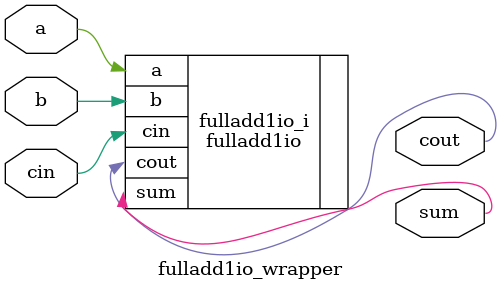
<source format=v>
`timescale 1 ps / 1 ps

module fulladd1io_wrapper
   (a,
    b,
    cin,
    cout,
    sum);
  input a;
  input b;
  input cin;
  output cout;
  output sum;

  wire a;
  wire b;
  wire cin;
  wire cout;
  wire sum;

  fulladd1io fulladd1io_i
       (.a(a),
        .b(b),
        .cin(cin),
        .cout(cout),
        .sum(sum));
endmodule

</source>
